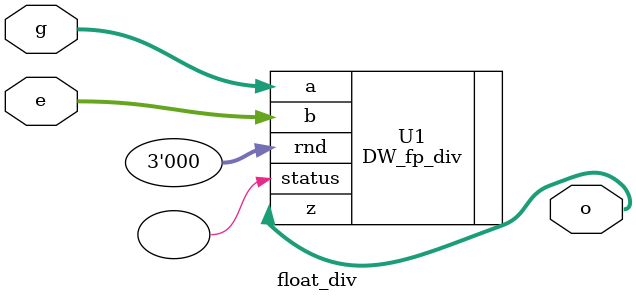
<source format=v>
`timescale 1ns / 1ps

module float_div(g, e, o);
  parameter sig_width = 23;
  parameter exp_width = 8;
  parameter ieee_compliance = 0;

  input  [sig_width+exp_width:0] g;
  input  [sig_width+exp_width:0] e;
  output [sig_width+exp_width:0] o;

  // Instance of DW_fp_div
  // more info: https://www.synopsys.com/dw/ipdir.php?c=DW_fp_div
  DW_fp_div
  #(
    sig_width,
    exp_width,
    ieee_compliance
  )
  U1
  (
    .a(g),
    .b(e),
    .rnd(3'b0), // rounding mode
    .z(o),
    .status()
  );

endmodule

</source>
